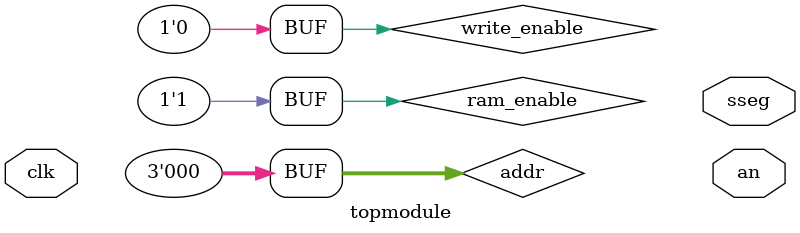
<source format=v>
`timescale 1ns / 1ps
module topmodule(
	input wire clk,
//	input wire ram_enable,
//	input wire write_enable,
//	input wire [2:0] addr,
//	input wire [7:0] DI,
//	output reg [7:0] DO,
   output [3:0] an,
   output [7:0] sseg
	
); 


parameter RAM_WIDTH = 8;
parameter RAM_ADDR_BITS = 3;

reg [RAM_WIDTH-1:0] image [(2**RAM_ADDR_BITS)-1:0];
reg [RAM_WIDTH-1:0] DO;
wire [RAM_ADDR_BITS-1:0] addr;
//wire [RAM_WIDTH-1:0] DI;
// The forllowing code is only necessary if you wish to initialize the RAM
// contents via an external file (use $readmemb for binary data)

wire ram_enable;
wire write_enable;
assign ram_enable = 1;
assign write_enable = 0;

//initial
//$readmemh("/home/itirabasso/fifo/imagentest.bin", image, 0, 7);

assign addr = 3'b0;

always @(posedge clk)
	image[0] <= 8'h1;


//	if (ram_enable)
//		if (write_enable)
//			image[addr] <= DI;*/
//		else

/*/
assign DO = image[0];

wire [7:0] in_sseg_1;
wire [7:0] in_sseg_2;
wire [7:0] in_sseg_3;
wire [7:0] in_sseg_4;
wire [3:0] tmp;
wire [3:0] tmp2;


assign tmp = DO;
assign tmp2 = DO >> 4;

hex_to_sseg h2s_1 (.hex(tmp), .dp(1'b1), .sseg(in_sseg_1));
hex_to_sseg h2s_2 (.hex(tmp2), .dp(1'b0), .sseg(in_sseg_2));
//hex_to_sseg h2s_3 (.hex(tmp3), .dp(1'b0), .sseg(in_sseg_3));
//hex_to_sseg h2s_4 (.hex(tmp4), .dp(1'b0), .sseg(in_sseg_4));
disp_mux disp_m (.clk(clk), .reset(1'b0), .in0(in_sseg_2), .in1(in_sseg_1), .in2(8'hff), .in3(8'hff), .an(an), .sseg(sseg));

	
*/

endmodule

</source>
